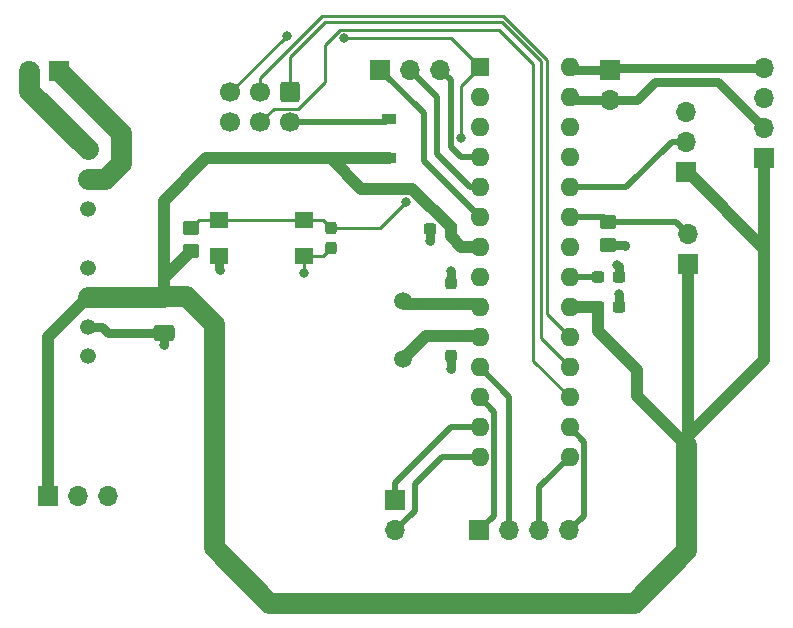
<source format=gbr>
%TF.GenerationSoftware,KiCad,Pcbnew,(6.0.1)*%
%TF.CreationDate,2022-03-08T00:57:02-06:00*%
%TF.ProjectId,mcu_board,6d63755f-626f-4617-9264-2e6b69636164,rev?*%
%TF.SameCoordinates,Original*%
%TF.FileFunction,Copper,L1,Top*%
%TF.FilePolarity,Positive*%
%FSLAX46Y46*%
G04 Gerber Fmt 4.6, Leading zero omitted, Abs format (unit mm)*
G04 Created by KiCad (PCBNEW (6.0.1)) date 2022-03-08 00:57:02*
%MOMM*%
%LPD*%
G01*
G04 APERTURE LIST*
G04 Aperture macros list*
%AMRoundRect*
0 Rectangle with rounded corners*
0 $1 Rounding radius*
0 $2 $3 $4 $5 $6 $7 $8 $9 X,Y pos of 4 corners*
0 Add a 4 corners polygon primitive as box body*
4,1,4,$2,$3,$4,$5,$6,$7,$8,$9,$2,$3,0*
0 Add four circle primitives for the rounded corners*
1,1,$1+$1,$2,$3*
1,1,$1+$1,$4,$5*
1,1,$1+$1,$6,$7*
1,1,$1+$1,$8,$9*
0 Add four rect primitives between the rounded corners*
20,1,$1+$1,$2,$3,$4,$5,0*
20,1,$1+$1,$4,$5,$6,$7,0*
20,1,$1+$1,$6,$7,$8,$9,0*
20,1,$1+$1,$8,$9,$2,$3,0*%
G04 Aperture macros list end*
%TA.AperFunction,ComponentPad*%
%ADD10R,1.700000X1.700000*%
%TD*%
%TA.AperFunction,ComponentPad*%
%ADD11O,1.700000X1.700000*%
%TD*%
%TA.AperFunction,ComponentPad*%
%ADD12C,1.500000*%
%TD*%
%TA.AperFunction,ComponentPad*%
%ADD13R,1.600000X1.600000*%
%TD*%
%TA.AperFunction,ComponentPad*%
%ADD14O,1.600000X1.600000*%
%TD*%
%TA.AperFunction,SMDPad,CuDef*%
%ADD15R,1.600000X1.400000*%
%TD*%
%TA.AperFunction,ComponentPad*%
%ADD16C,1.337000*%
%TD*%
%TA.AperFunction,ComponentPad*%
%ADD17RoundRect,0.250000X-0.600000X0.600000X-0.600000X-0.600000X0.600000X-0.600000X0.600000X0.600000X0*%
%TD*%
%TA.AperFunction,ComponentPad*%
%ADD18C,1.700000*%
%TD*%
%TA.AperFunction,SMDPad,CuDef*%
%ADD19RoundRect,0.237500X0.237500X-0.300000X0.237500X0.300000X-0.237500X0.300000X-0.237500X-0.300000X0*%
%TD*%
%TA.AperFunction,SMDPad,CuDef*%
%ADD20RoundRect,0.237500X-0.237500X0.300000X-0.237500X-0.300000X0.237500X-0.300000X0.237500X0.300000X0*%
%TD*%
%TA.AperFunction,SMDPad,CuDef*%
%ADD21RoundRect,0.250000X0.450000X-0.350000X0.450000X0.350000X-0.450000X0.350000X-0.450000X-0.350000X0*%
%TD*%
%TA.AperFunction,SMDPad,CuDef*%
%ADD22RoundRect,0.250000X-0.450000X0.350000X-0.450000X-0.350000X0.450000X-0.350000X0.450000X0.350000X0*%
%TD*%
%TA.AperFunction,SMDPad,CuDef*%
%ADD23RoundRect,0.250000X-0.650000X0.412500X-0.650000X-0.412500X0.650000X-0.412500X0.650000X0.412500X0*%
%TD*%
%TA.AperFunction,SMDPad,CuDef*%
%ADD24RoundRect,0.237500X-0.300000X-0.237500X0.300000X-0.237500X0.300000X0.237500X-0.300000X0.237500X0*%
%TD*%
%TA.AperFunction,SMDPad,CuDef*%
%ADD25R,1.200000X0.900000*%
%TD*%
%TA.AperFunction,SMDPad,CuDef*%
%ADD26RoundRect,0.237500X0.300000X0.237500X-0.300000X0.237500X-0.300000X-0.237500X0.300000X-0.237500X0*%
%TD*%
%TA.AperFunction,ViaPad*%
%ADD27C,0.800000*%
%TD*%
%TA.AperFunction,Conductor*%
%ADD28C,0.254000*%
%TD*%
%TA.AperFunction,Conductor*%
%ADD29C,0.762000*%
%TD*%
%TA.AperFunction,Conductor*%
%ADD30C,1.778000*%
%TD*%
%TA.AperFunction,Conductor*%
%ADD31C,0.508000*%
%TD*%
%TA.AperFunction,Conductor*%
%ADD32C,1.016000*%
%TD*%
G04 APERTURE END LIST*
D10*
%TO.P,J1,1,Pin_1*%
%TO.N,Pedestrian*%
X223647000Y-129530000D03*
D11*
%TO.P,J1,2,Pin_2*%
%TO.N,Bike*%
X223647000Y-132070000D03*
%TD*%
D12*
%TO.P,Y1,2,2*%
%TO.N,MCU_XTAL2*%
X224282000Y-117524000D03*
%TO.P,Y1,1,1*%
%TO.N,MCU_XTAL1*%
X224282000Y-112644000D03*
%TD*%
D13*
%TO.P,U1,1,~{RESET}/PC6*%
%TO.N,MCU_N_RESET*%
X230769000Y-92842000D03*
D14*
%TO.P,U1,2,PD0*%
%TO.N,unconnected-(U1-Pad2)*%
X230769000Y-95382000D03*
%TO.P,U1,3,PD1*%
%TO.N,unconnected-(U1-Pad3)*%
X230769000Y-97922000D03*
%TO.P,U1,4,PD2*%
%TO.N,Solar*%
X230769000Y-100462000D03*
%TO.P,U1,5,PD3*%
%TO.N,Grid*%
X230769000Y-103002000D03*
%TO.P,U1,6,PD4*%
%TO.N,Resistor*%
X230769000Y-105542000D03*
%TO.P,U1,7,VCC*%
%TO.N,+5V*%
X230769000Y-108082000D03*
%TO.P,U1,8,GND*%
%TO.N,GND1*%
X230769000Y-110622000D03*
%TO.P,U1,9,XTAL1/PB6*%
%TO.N,MCU_XTAL1*%
X230769000Y-113162000D03*
%TO.P,U1,10,XTAL2/PB7*%
%TO.N,MCU_XTAL2*%
X230769000Y-115702000D03*
%TO.P,U1,11,PD5*%
%TO.N,Red*%
X230769000Y-118242000D03*
%TO.P,U1,12,PD6*%
%TO.N,Green*%
X230769000Y-120782000D03*
%TO.P,U1,13,PD7*%
%TO.N,Pedestrian*%
X230769000Y-123322000D03*
%TO.P,U1,14,PB0*%
%TO.N,Bike*%
X230769000Y-125862000D03*
%TO.P,U1,15,PB1*%
%TO.N,Yellow*%
X238389000Y-125862000D03*
%TO.P,U1,16,PB2*%
%TO.N,Walk_Light*%
X238389000Y-123322000D03*
%TO.P,U1,17,PB3*%
%TO.N,MCU_MOSI*%
X238389000Y-120782000D03*
%TO.P,U1,18,PB4*%
%TO.N,MCU_MISO*%
X238389000Y-118242000D03*
%TO.P,U1,19,PB5*%
%TO.N,MCU_SCK*%
X238389000Y-115702000D03*
%TO.P,U1,20,AVCC*%
%TO.N,+5V*%
X238389000Y-113162000D03*
%TO.P,U1,21,AREF*%
%TO.N,Net-(C1-Pad1)*%
X238389000Y-110622000D03*
%TO.P,U1,22,GND*%
%TO.N,GND1*%
X238389000Y-108082000D03*
%TO.P,U1,23,PC0*%
%TO.N,Photoresistor*%
X238389000Y-105542000D03*
%TO.P,U1,24,PC1*%
%TO.N,Vo*%
X238389000Y-103002000D03*
%TO.P,U1,25,PC2*%
%TO.N,unconnected-(U1-Pad25)*%
X238389000Y-100462000D03*
%TO.P,U1,26,PC3*%
%TO.N,unconnected-(U1-Pad26)*%
X238389000Y-97922000D03*
%TO.P,U1,27,PC4*%
%TO.N,SDA*%
X238389000Y-95382000D03*
%TO.P,U1,28,PC5*%
%TO.N,SCL*%
X238389000Y-92842000D03*
%TD*%
D15*
%TO.P,SW1,1,1*%
%TO.N,MCU_N_RESET*%
X215944000Y-105810000D03*
X208744000Y-105810000D03*
%TO.P,SW1,2,2*%
%TO.N,GND1*%
X215944000Y-108810000D03*
X208744000Y-108810000D03*
%TD*%
D16*
%TO.P,PS1,8,N.C._2*%
%TO.N,unconnected-(PS1-Pad8)*%
X197612000Y-117317000D03*
%TO.P,PS1,7,-VOUT*%
%TO.N,GND1*%
X197612000Y-114817000D03*
%TO.P,PS1,6,+VOUT*%
%TO.N,+5V*%
X197612000Y-112317000D03*
%TO.P,PS1,5,N.C._1*%
%TO.N,unconnected-(PS1-Pad5)*%
X197612000Y-109817000D03*
%TO.P,PS1,3,R.C.*%
%TO.N,unconnected-(PS1-Pad3)*%
X197612000Y-104817000D03*
%TO.P,PS1,2,+VIN*%
%TO.N,+24V*%
X197612000Y-102317000D03*
%TO.P,PS1,1,-VIN*%
%TO.N,GND*%
X197612000Y-99817000D03*
%TD*%
D10*
%TO.P,J10,1,Pin_1*%
%TO.N,Green*%
X230759000Y-132075000D03*
D11*
%TO.P,J10,2,Pin_2*%
%TO.N,Red*%
X233299000Y-132075000D03*
%TO.P,J10,3,Pin_3*%
%TO.N,Yellow*%
X235839000Y-132075000D03*
%TO.P,J10,4,Pin_4*%
%TO.N,Walk_Light*%
X238379000Y-132075000D03*
%TD*%
%TO.P,J9,3,Pin_3*%
%TO.N,Solar*%
X227457000Y-93086000D03*
%TO.P,J9,2,Pin_2*%
%TO.N,Grid*%
X224917000Y-93086000D03*
D10*
%TO.P,J9,1,Pin_1*%
%TO.N,Resistor*%
X222377000Y-93086000D03*
%TD*%
D17*
%TO.P,J8,1,MISO*%
%TO.N,MCU_MISO*%
X214757000Y-94991000D03*
D18*
%TO.P,J8,2,VCC*%
%TO.N,Net-(D1-Pad2)*%
X214757000Y-97531000D03*
%TO.P,J8,3,SCK*%
%TO.N,MCU_SCK*%
X212217000Y-94991000D03*
%TO.P,J8,4,MOSI*%
%TO.N,MCU_MOSI*%
X212217000Y-97531000D03*
%TO.P,J8,5,~{RST}*%
%TO.N,MCU_N_RESET*%
X209677000Y-94991000D03*
%TO.P,J8,6,GND*%
%TO.N,GND1*%
X209677000Y-97531000D03*
%TD*%
D10*
%TO.P,J7,1,Pin_1*%
%TO.N,+5V*%
X194198000Y-129154000D03*
D11*
%TO.P,J7,2,Pin_2*%
%TO.N,GND1*%
X196738000Y-129154000D03*
%TO.P,J7,3,Pin_3*%
X199278000Y-129154000D03*
%TD*%
%TO.P,J6,2,Pin_2*%
%TO.N,GND*%
X192659000Y-93213000D03*
D10*
%TO.P,J6,1,Pin_1*%
%TO.N,+24V*%
X195199000Y-93213000D03*
%TD*%
%TO.P,J5,1,Pin_1*%
%TO.N,+5V*%
X248412000Y-109474000D03*
D11*
%TO.P,J5,2,Pin_2*%
%TO.N,Photoresistor*%
X248412000Y-106934000D03*
%TD*%
%TO.P,J4,2,Pin_2*%
%TO.N,SDA*%
X241808000Y-95621000D03*
D10*
%TO.P,J4,1,Pin_1*%
%TO.N,SCL*%
X241808000Y-93081000D03*
%TD*%
%TO.P,J3,1,Pin_1*%
%TO.N,+5V*%
X248285000Y-101707000D03*
D11*
%TO.P,J3,2,Pin_2*%
%TO.N,Vo*%
X248285000Y-99167000D03*
%TO.P,J3,3,Pin_3*%
%TO.N,GND1*%
X248285000Y-96627000D03*
%TD*%
D10*
%TO.P,J2,1,Pin_1*%
%TO.N,+5V*%
X254889000Y-100569000D03*
D11*
%TO.P,J2,2,Pin_2*%
%TO.N,SDA*%
X254889000Y-98029000D03*
%TO.P,J2,3,Pin_3*%
%TO.N,GND1*%
X254889000Y-95489000D03*
%TO.P,J2,4,Pin_4*%
%TO.N,SCL*%
X254889000Y-92949000D03*
%TD*%
D19*
%TO.P,C10,1*%
%TO.N,MCU_XTAL1*%
X228346000Y-112871500D03*
%TO.P,C10,2*%
%TO.N,GND1*%
X228346000Y-111146500D03*
%TD*%
D20*
%TO.P,C12,1*%
%TO.N,MCU_XTAL2*%
X228346000Y-115591500D03*
%TO.P,C12,2*%
%TO.N,GND1*%
X228346000Y-117316500D03*
%TD*%
D21*
%TO.P,R6,1*%
%TO.N,+5V*%
X206375000Y-108437000D03*
%TO.P,R6,2*%
%TO.N,MCU_N_RESET*%
X206375000Y-106437000D03*
%TD*%
D20*
%TO.P,C11,1*%
%TO.N,MCU_N_RESET*%
X218186000Y-106447500D03*
%TO.P,C11,2*%
%TO.N,GND1*%
X218186000Y-108172500D03*
%TD*%
D22*
%TO.P,R1,1*%
%TO.N,Photoresistor*%
X241681000Y-105929000D03*
%TO.P,R1,2*%
%TO.N,GND1*%
X241681000Y-107929000D03*
%TD*%
D23*
%TO.P,C2,1*%
%TO.N,+5V*%
X204089000Y-112224500D03*
%TO.P,C2,2*%
%TO.N,GND1*%
X204089000Y-115349500D03*
%TD*%
D24*
%TO.P,C1,1*%
%TO.N,Net-(C1-Pad1)*%
X240818500Y-110612000D03*
%TO.P,C1,2*%
%TO.N,GND1*%
X242543500Y-110612000D03*
%TD*%
%TO.P,C8,1*%
%TO.N,+5V*%
X240818500Y-113152000D03*
%TO.P,C8,2*%
%TO.N,GND1*%
X242543500Y-113152000D03*
%TD*%
D25*
%TO.P,D1,1,K*%
%TO.N,+5V*%
X223139000Y-100578000D03*
%TO.P,D1,2,A*%
%TO.N,Net-(D1-Pad2)*%
X223139000Y-97278000D03*
%TD*%
D26*
%TO.P,C6,1*%
%TO.N,+5V*%
X228319500Y-106548000D03*
%TO.P,C6,2*%
%TO.N,GND1*%
X226594500Y-106548000D03*
%TD*%
D27*
%TO.N,GND1*%
X215900000Y-110236000D03*
X242570000Y-112014000D03*
X242443000Y-109601000D03*
X243078000Y-107950000D03*
X228346000Y-118364000D03*
X228346000Y-110109000D03*
X226568000Y-107569000D03*
X208788000Y-109982000D03*
X204089000Y-116332000D03*
%TO.N,MCU_N_RESET*%
X219334714Y-90388500D03*
X214503000Y-90170000D03*
X229199500Y-98806000D03*
X224578609Y-104231500D03*
%TD*%
D28*
%TO.N,GND1*%
X215944000Y-110192000D02*
X215900000Y-110236000D01*
X215944000Y-108810000D02*
X215944000Y-110192000D01*
D29*
X242543500Y-112040500D02*
X242570000Y-112014000D01*
X242543500Y-113152000D02*
X242543500Y-112040500D01*
X242543500Y-109701500D02*
X242443000Y-109601000D01*
X242543500Y-110612000D02*
X242543500Y-109701500D01*
X243057000Y-107929000D02*
X243078000Y-107950000D01*
X241681000Y-107929000D02*
X243057000Y-107929000D01*
X228346000Y-117316500D02*
X228346000Y-118364000D01*
X228346000Y-111146500D02*
X228346000Y-110109000D01*
X226594500Y-107542500D02*
X226568000Y-107569000D01*
X226594500Y-106548000D02*
X226594500Y-107542500D01*
D28*
X217548500Y-108810000D02*
X218186000Y-108172500D01*
X215944000Y-108810000D02*
X217548500Y-108810000D01*
D29*
X208744000Y-109938000D02*
X208788000Y-109982000D01*
X208744000Y-108810000D02*
X208744000Y-109938000D01*
X204089000Y-115349500D02*
X204089000Y-116332000D01*
X199296500Y-115349500D02*
X204089000Y-115349500D01*
X198764000Y-114817000D02*
X199296500Y-115349500D01*
X197612000Y-114817000D02*
X198764000Y-114817000D01*
D28*
%TO.N,MCU_N_RESET*%
X228315500Y-90388500D02*
X230769000Y-92842000D01*
X219334714Y-90388500D02*
X228315500Y-90388500D01*
X214498000Y-90170000D02*
X214503000Y-90170000D01*
X209677000Y-94991000D02*
X214498000Y-90170000D01*
%TO.N,MCU_MOSI*%
X235331000Y-117724000D02*
X238389000Y-120782000D01*
X232410000Y-89662000D02*
X235331000Y-92583000D01*
X235331000Y-92583000D02*
X235331000Y-117724000D01*
X217678000Y-90932000D02*
X218948000Y-89662000D01*
X213393511Y-96354489D02*
X215408833Y-96354489D01*
X217678000Y-94085322D02*
X217678000Y-90932000D01*
X212217000Y-97531000D02*
X213393511Y-96354489D01*
X215408833Y-96354489D02*
X217678000Y-94085322D01*
X218948000Y-89662000D02*
X232410000Y-89662000D01*
%TO.N,MCU_MISO*%
X232657626Y-89027000D02*
X235962813Y-92332187D01*
X235962813Y-92332187D02*
X235962813Y-115815813D01*
X235962813Y-115815813D02*
X238389000Y-118242000D01*
X217678000Y-89027000D02*
X232657626Y-89027000D01*
X214757000Y-94991000D02*
X214757000Y-91948000D01*
X214757000Y-91948000D02*
X217678000Y-89027000D01*
%TO.N,MCU_N_RESET*%
X229199500Y-94411500D02*
X230769000Y-92842000D01*
X229199500Y-98806000D02*
X229199500Y-94411500D01*
X222362609Y-106447500D02*
X224578609Y-104231500D01*
X218186000Y-106447500D02*
X222362609Y-106447500D01*
%TO.N,MCU_SCK*%
X236474000Y-113787000D02*
X238389000Y-115702000D01*
X236474000Y-92202000D02*
X236474000Y-113787000D01*
X232791000Y-88519000D02*
X236474000Y-92202000D01*
X212217000Y-93726000D02*
X217424000Y-88519000D01*
X212217000Y-94991000D02*
X212217000Y-93726000D01*
X217424000Y-88519000D02*
X232791000Y-88519000D01*
D30*
%TO.N,GND*%
X192659000Y-93213000D02*
X192659000Y-94864000D01*
X192659000Y-94864000D02*
X197612000Y-99817000D01*
%TO.N,+5V*%
X205950500Y-112224500D02*
X208280000Y-114554000D01*
X243840000Y-138176000D02*
X248285000Y-133731000D01*
X248285000Y-133731000D02*
X248285000Y-124841000D01*
X212979000Y-138176000D02*
X243840000Y-138176000D01*
X208280000Y-133477000D02*
X212979000Y-138176000D01*
X208280000Y-114554000D02*
X208280000Y-133477000D01*
X204089000Y-112224500D02*
X205950500Y-112224500D01*
D31*
%TO.N,Solar*%
X229240000Y-100462000D02*
X230769000Y-100462000D01*
X228346000Y-99568000D02*
X229240000Y-100462000D01*
X228346000Y-93975000D02*
X228346000Y-99568000D01*
X227457000Y-93086000D02*
X228346000Y-93975000D01*
%TO.N,Grid*%
X227203000Y-100203000D02*
X230002000Y-103002000D01*
X227203000Y-95372000D02*
X227203000Y-100203000D01*
X224917000Y-93086000D02*
X227203000Y-95372000D01*
X230002000Y-103002000D02*
X230769000Y-103002000D01*
%TO.N,Resistor*%
X226060000Y-100833000D02*
X230769000Y-105542000D01*
X226060000Y-96769000D02*
X226060000Y-100833000D01*
X222377000Y-93086000D02*
X226060000Y-96769000D01*
D28*
%TO.N,MCU_N_RESET*%
X208744000Y-105810000D02*
X215944000Y-105810000D01*
X217548500Y-105810000D02*
X218186000Y-106447500D01*
X215944000Y-105810000D02*
X217548500Y-105810000D01*
X207002000Y-105810000D02*
X208744000Y-105810000D01*
X206375000Y-106437000D02*
X207002000Y-105810000D01*
D31*
%TO.N,Walk_Light*%
X239642511Y-130811489D02*
X239642511Y-124575511D01*
X239642511Y-124575511D02*
X238389000Y-123322000D01*
X238379000Y-132075000D02*
X239642511Y-130811489D01*
%TO.N,Yellow*%
X235839000Y-128412000D02*
X238389000Y-125862000D01*
X235839000Y-132075000D02*
X235839000Y-128412000D01*
%TO.N,Red*%
X233299000Y-120772000D02*
X230769000Y-118242000D01*
X233299000Y-132075000D02*
X233299000Y-120772000D01*
%TO.N,Green*%
X232022511Y-130811489D02*
X230759000Y-132075000D01*
X232022511Y-122035511D02*
X232022511Y-130811489D01*
X230769000Y-120782000D02*
X232022511Y-122035511D01*
%TO.N,Net-(D1-Pad2)*%
X214757000Y-97531000D02*
X222886000Y-97531000D01*
X222886000Y-97531000D02*
X223139000Y-97278000D01*
%TO.N,Bike*%
X227589000Y-125862000D02*
X230769000Y-125862000D01*
X227584000Y-125857000D02*
X227589000Y-125862000D01*
X225298000Y-128143000D02*
X227584000Y-125857000D01*
X223647000Y-132070000D02*
X225298000Y-130419000D01*
X225298000Y-130419000D02*
X225298000Y-128143000D01*
%TO.N,Pedestrian*%
X228341000Y-123322000D02*
X230769000Y-123322000D01*
X223647000Y-128016000D02*
X228341000Y-123322000D01*
X223647000Y-129530000D02*
X223647000Y-128016000D01*
D32*
%TO.N,+5V*%
X238399000Y-113152000D02*
X238389000Y-113162000D01*
X240818500Y-113152000D02*
X238399000Y-113152000D01*
D31*
%TO.N,Net-(C1-Pad1)*%
X238399000Y-110612000D02*
X238389000Y-110622000D01*
X240818500Y-110612000D02*
X238399000Y-110612000D01*
%TO.N,Photoresistor*%
X248412000Y-106934000D02*
X247396000Y-105918000D01*
X247396000Y-105918000D02*
X241692000Y-105918000D01*
X241692000Y-105918000D02*
X241681000Y-105929000D01*
X241294000Y-105542000D02*
X241681000Y-105929000D01*
X238389000Y-105542000D02*
X241294000Y-105542000D01*
D29*
%TO.N,SCL*%
X241940000Y-92949000D02*
X241808000Y-93081000D01*
X254889000Y-92949000D02*
X241940000Y-92949000D01*
%TO.N,SDA*%
X250967000Y-94107000D02*
X254889000Y-98029000D01*
X245618000Y-94107000D02*
X250967000Y-94107000D01*
X244104000Y-95621000D02*
X245618000Y-94107000D01*
X241808000Y-95621000D02*
X244104000Y-95621000D01*
X241808000Y-95621000D02*
X238628000Y-95621000D01*
X238628000Y-95621000D02*
X238389000Y-95382000D01*
%TO.N,SCL*%
X241808000Y-93081000D02*
X238628000Y-93081000D01*
X238628000Y-93081000D02*
X238389000Y-92842000D01*
D31*
%TO.N,Vo*%
X248285000Y-99167000D02*
X247035000Y-99167000D01*
X247035000Y-99167000D02*
X243200000Y-103002000D01*
X243200000Y-103002000D02*
X238389000Y-103002000D01*
D32*
%TO.N,+5V*%
X220726000Y-103124000D02*
X218180000Y-100578000D01*
X228319500Y-106399040D02*
X225044460Y-103124000D01*
X228319500Y-106548000D02*
X228319500Y-106399040D01*
X207651000Y-100578000D02*
X218180000Y-100578000D01*
X218180000Y-100578000D02*
X223139000Y-100578000D01*
X225044460Y-103124000D02*
X220726000Y-103124000D01*
X248392000Y-101707000D02*
X254889000Y-108204000D01*
X248285000Y-101707000D02*
X248392000Y-101707000D01*
X254889000Y-117602000D02*
X254889000Y-108204000D01*
X254889000Y-108204000D02*
X254889000Y-100569000D01*
X248412000Y-124079000D02*
X248412000Y-124714000D01*
X248412000Y-124079000D02*
X254889000Y-117602000D01*
X248412000Y-109474000D02*
X248412000Y-124079000D01*
X248412000Y-124714000D02*
X248285000Y-124841000D01*
X240818500Y-115215500D02*
X240818500Y-113152000D01*
X244094000Y-118491000D02*
X240818500Y-115215500D01*
X244094000Y-120650000D02*
X244094000Y-118491000D01*
X248285000Y-124841000D02*
X244094000Y-120650000D01*
X204089000Y-104140000D02*
X207651000Y-100578000D01*
X204089000Y-110723000D02*
X204089000Y-104140000D01*
X204089000Y-110723000D02*
X206375000Y-108437000D01*
X204089000Y-112224500D02*
X204089000Y-110723000D01*
%TO.N,MCU_XTAL2*%
X226214500Y-115591500D02*
X224282000Y-117524000D01*
X228346000Y-115591500D02*
X226214500Y-115591500D01*
%TO.N,MCU_XTAL1*%
X228346000Y-112871500D02*
X224509500Y-112871500D01*
X224509500Y-112871500D02*
X224282000Y-112644000D01*
%TO.N,MCU_XTAL2*%
X230658500Y-115591500D02*
X230769000Y-115702000D01*
X228346000Y-115591500D02*
X230658500Y-115591500D01*
%TO.N,MCU_XTAL1*%
X228346000Y-112871500D02*
X230478500Y-112871500D01*
X230478500Y-112871500D02*
X230769000Y-113162000D01*
%TO.N,+5V*%
X194198000Y-115731000D02*
X194198000Y-129154000D01*
X197612000Y-112317000D02*
X194198000Y-115731000D01*
D30*
X197612000Y-112317000D02*
X203996500Y-112317000D01*
D32*
X203996500Y-112317000D02*
X204089000Y-112224500D01*
X229240000Y-108082000D02*
X230769000Y-108082000D01*
X228319500Y-107161500D02*
X229240000Y-108082000D01*
X228319500Y-106548000D02*
X228319500Y-107161500D01*
D30*
%TO.N,+24V*%
X200406000Y-100965000D02*
X199054000Y-102317000D01*
X200406000Y-98420000D02*
X200406000Y-100965000D01*
X199054000Y-102317000D02*
X197612000Y-102317000D01*
X195199000Y-93213000D02*
X200406000Y-98420000D01*
%TD*%
M02*

</source>
